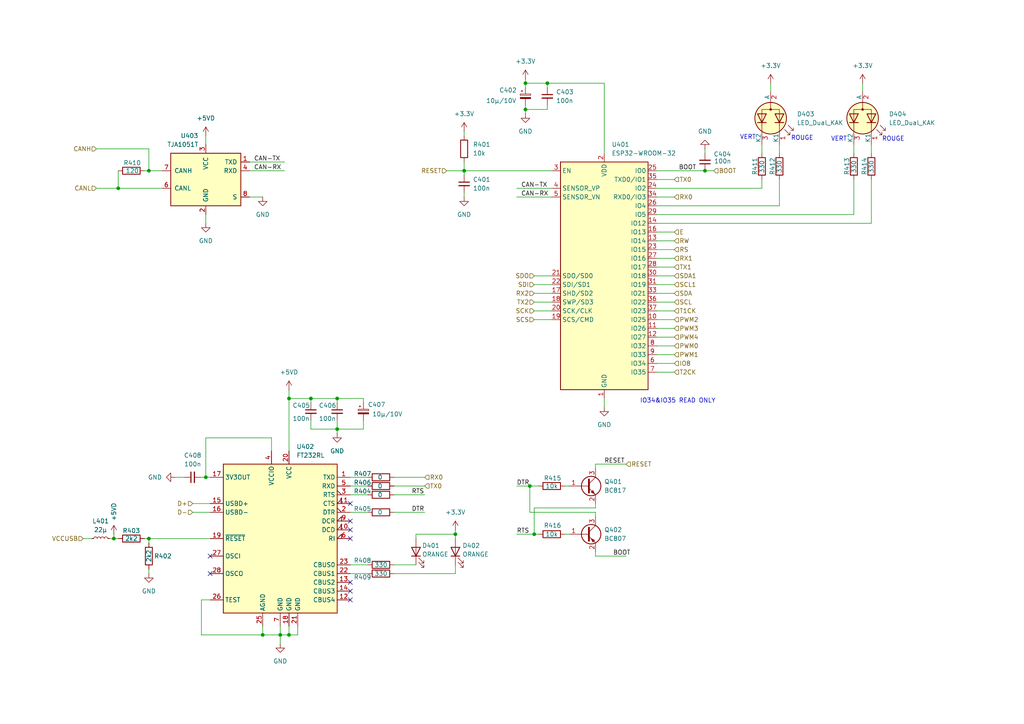
<source format=kicad_sch>
(kicad_sch (version 20250114) (generator "eeschema") (generator_version "9.0")
  (paper "A4")
  (title_block (title "UART") (date "2025-09-17") (rev "V0.2") (company "CMOS-74A"))
  (lib_symbols
    (symbol "Device:C_Polarized_Small" (pin_numbers (hide yes)) (pin_names (offset 0.254) (hide yes))
      (property "Reference" "C" (at 0.254 1.778 0))
      (property "Value" "C_Polarized_Small" (at 0.254 -2.032 0))
      (symbol "C_Polarized_Small_0_1"
        (rectangle (start -1.524 0.6858) (end 1.524 0.3048))
        (rectangle (start -1.524 -0.3048) (end 1.524 -0.6858) (fill (type outline)))
        (polyline (pts (xy -1.27 1.524) (xy -0.762 1.524)))
        (polyline (pts (xy -1.016 1.27) (xy -1.016 1.778)))
      )
      (symbol "C_Polarized_Small_1_1"
        (pin passive line (at 0 2.54 270) (length 1.8542) (name "~") (number "1"))
        (pin passive line (at 0 -2.54 90) (length 1.8542) (name "~") (number "2"))
      )
    )
    (symbol "Device:C_Small" (pin_numbers (hide yes)) (pin_names (offset 0.254) (hide yes))
      (property "Reference" "C" (at 0.254 1.778 0))
      (property "Value" "C_Small" (at 0.254 -2.032 0))
      (symbol "C_Small_0_1"
        (polyline (pts (xy -1.524 0.508) (xy 1.524 0.508)) (stroke (width 0.3048)))
        (polyline (pts (xy -1.524 -0.508) (xy 1.524 -0.508)) (stroke (width 0.3302)))
      )
      (symbol "C_Small_1_1"
        (pin passive line (at 0 2.54 270) (length 2.032) (name "~") (number "1"))
        (pin passive line (at 0 -2.54 90) (length 2.032) (name "~") (number "2"))
      )
    )
    (symbol "Device:LED" (pin_numbers (hide yes)) (pin_names (offset 1.016) (hide yes))
      (property "Reference" "D" (at 0 2.54 0))
      (property "Value" "LED" (at 0 -2.54 0))
      (symbol "LED_0_1"
        (polyline (pts (xy -3.048 -0.762) (xy -4.572 -2.286) (xy -3.81 -2.286) (xy -4.572 -2.286) (xy -4.572 -1.524)))
        (polyline (pts (xy -1.778 -0.762) (xy -3.302 -2.286) (xy -2.54 -2.286) (xy -3.302 -2.286) (xy -3.302 -1.524)))
        (polyline (pts (xy -1.27 0) (xy 1.27 0)))
        (polyline (pts (xy -1.27 -1.27) (xy -1.27 1.27)) (stroke (width 0.254)))
        (polyline (pts (xy 1.27 -1.27) (xy 1.27 1.27) (xy -1.27 0) (xy 1.27 -1.27)) (stroke (width 0.254)))
      )
      (symbol "LED_1_1"
        (pin passive line (at -3.81 0 0) (length 2.54) (name "K") (number "1"))
        (pin passive line (at 3.81 0 180) (length 2.54) (name "A") (number "2"))
      )
    )
    (symbol "Device:LED_Dual_KAK" (pin_names (offset 0))
      (property "Reference" "D" (at 0 5.715 0))
      (property "Value" "LED_Dual_KAK" (at 0 -6.35 0))
      (symbol "LED_Dual_KAK_0_1"
        (polyline (pts (xy -4.572 0) (xy -2.54 0)))
        (circle (center -2.54 0) (radius 0.2794) (fill (type outline)))
        (polyline (pts (xy -1.27 3.81) (xy -1.27 1.27) (xy 1.27 2.54) (xy -1.27 3.81)) (stroke (width 0.254)))
        (polyline (pts (xy -1.27 -1.27) (xy -1.27 -3.81) (xy 1.27 -2.54) (xy -1.27 -1.27)) (stroke (width 0.254)))
        (circle (center 0 0) (radius 4.572) (stroke (width 0.254)) (fill (type background)))
        (polyline (pts (xy 1.27 3.81) (xy 1.27 1.27)) (stroke (width 0.254)))
        (polyline (pts (xy 1.27 -1.27) (xy 1.27 -3.81)) (stroke (width 0.254)))
        (polyline (pts (xy 2.032 5.08) (xy 3.556 6.604) (xy 2.794 6.604) (xy 3.556 6.604) (xy 3.556 5.842)))
        (polyline (pts (xy 2.032 2.54) (xy -2.54 2.54) (xy -2.54 -2.54) (xy 2.032 -2.54)))
        (polyline (pts (xy 3.302 4.064) (xy 4.826 5.588) (xy 4.064 5.588) (xy 4.826 5.588) (xy 4.826 4.826)))
        (polyline (pts (xy 3.81 2.54) (xy 1.905 2.54)))
        (polyline (pts (xy 3.81 -2.54) (xy 1.905 -2.54)))
      )
      (symbol "LED_Dual_KAK_1_1"
        (pin input line (at -7.62 0 0) (length 3.048) (name "A") (number "2"))
        (pin input line (at 7.62 2.54 180) (length 3.81) (name "K1") (number "1"))
        (pin input line (at 7.62 -2.54 180) (length 3.81) (name "K2") (number "3"))
      )
    )
    (symbol "Device:L_Small" (pin_numbers (hide yes)) (pin_names (offset 0.254) (hide yes))
      (property "Reference" "L" (at 0.762 1.016 0))
      (property "Value" "L_Small" (at 0.762 -1.016 0))
      (symbol "L_Small_0_1"
        (arc (start 0 2.032) (mid 0.5058 1.524) (end 0 1.016))
        (arc (start 0 1.016) (mid 0.5058 0.508) (end 0 0))
        (arc (start 0 0) (mid 0.5058 -0.508) (end 0 -1.016))
        (arc (start 0 -1.016) (mid 0.5058 -1.524) (end 0 -2.032))
      )
      (symbol "L_Small_1_1"
        (pin passive line (at 0 2.54 270) (length 0.508) (name "~") (number "1"))
        (pin passive line (at 0 -2.54 90) (length 0.508) (name "~") (number "2"))
      )
    )
    (symbol "Device:R" (pin_numbers (hide yes)) (pin_names (offset 0))
      (property "Reference" "R" (at 2.032 0 90))
      (property "Value" "R" (at 0 0 90))
      (symbol "R_0_1"
        (rectangle (start -1.016 -2.54) (end 1.016 2.54) (stroke (width 0.254)))
      )
      (symbol "R_1_1"
        (pin passive line (at 0 3.81 270) (length 1.27) (name "~") (number "1"))
        (pin passive line (at 0 -3.81 90) (length 1.27) (name "~") (number "2"))
      )
    )
    (symbol "Interface_CAN_LIN:TJA1051T" (pin_names (offset 1.016))
      (property "Reference" "U" (at -10.16 8.89 0))
      (property "Value" "TJA1051T" (at 1.27 8.89 0))
      (symbol "TJA1051T_0_1"
        (rectangle (start -10.16 7.62) (end 10.16 -7.62) (stroke (width 0.254)) (fill (type background)))
      )
      (symbol "TJA1051T_1_1"
        (pin input line (at -12.7 5.08 0) (length 2.54) (name "TXD") (number "1"))
        (pin output line (at -12.7 2.54 0) (length 2.54) (name "RXD") (number "4"))
        (pin input line (at -12.7 -5.08 0) (length 2.54) (name "S") (number "8"))
        (pin no_connect line (at -10.16 -2.54 0) (length 2.54) (hide yes) (name "NC") (number "5"))
        (pin power_in line (at 0 10.16 270) (length 2.54) (name "VCC") (number "3"))
        (pin power_in line (at 0 -10.16 90) (length 2.54) (name "GND") (number "2"))
        (pin bidirectional line (at 12.7 2.54 180) (length 2.54) (name "CANH") (number "7"))
        (pin bidirectional line (at 12.7 -2.54 180) (length 2.54) (name "CANL") (number "6"))
      )
    )
    (symbol "Interface_USB:FT232RL"
      (property "Reference" "U" (at -16.51 22.86 0))
      (property "Value" "FT232RL" (at 10.16 22.86 0))
      (symbol "FT232RL_0_1"
        (rectangle (start -16.51 21.59) (end 16.51 -21.59) (stroke (width 0.254)) (fill (type background)))
      )
      (symbol "FT232RL_1_1"
        (pin power_out line (at -20.32 17.78 0) (length 3.81) (name "3V3OUT") (number "17"))
        (pin bidirectional line (at -20.32 10.16 0) (length 3.81) (name "USBD+") (number "15"))
        (pin bidirectional line (at -20.32 7.62 0) (length 3.81) (name "USBD-") (number "16"))
        (pin input line (at -20.32 0 0) (length 3.81) (name "~{RESET}") (number "19"))
        (pin input line (at -20.32 -5.08 0) (length 3.81) (name "OSCI") (number "27"))
        (pin output line (at -20.32 -10.16 0) (length 3.81) (name "OSCO") (number "28"))
        (pin input line (at -20.32 -17.78 0) (length 3.81) (name "TEST") (number "26"))
        (pin power_in line (at -5.08 -25.4 90) (length 3.81) (name "AGND") (number "25"))
        (pin power_in line (at -2.54 25.4 270) (length 3.81) (name "VCCIO") (number "4"))
        (pin power_in line (at 0 -25.4 90) (length 3.81) (name "GND") (number "7"))
        (pin power_in line (at 2.54 25.4 270) (length 3.81) (name "VCC") (number "20"))
        (pin power_in line (at 2.54 -25.4 90) (length 3.81) (name "GND") (number "18"))
        (pin power_in line (at 5.08 -25.4 90) (length 3.81) (name "GND") (number "21"))
        (pin output line (at 20.32 17.78 180) (length 3.81) (name "TXD") (number "1"))
        (pin input line (at 20.32 15.24 180) (length 3.81) (name "RXD") (number "5"))
        (pin output output_low (at 20.32 12.7 180) (length 3.81) (name "RTS") (number "3"))
        (pin input input_low (at 20.32 10.16 180) (length 3.81) (name "CTS") (number "11"))
        (pin output output_low (at 20.32 7.62 180) (length 3.81) (name "DTR") (number "2"))
        (pin input input_low (at 20.32 5.08 180) (length 3.81) (name "DCR") (number "9"))
        (pin input input_low (at 20.32 2.54 180) (length 3.81) (name "DCD") (number "10"))
        (pin input input_low (at 20.32 0 180) (length 3.81) (name "RI") (number "6"))
        (pin bidirectional line (at 20.32 -7.62 180) (length 3.81) (name "CBUS0") (number "23"))
        (pin bidirectional line (at 20.32 -10.16 180) (length 3.81) (name "CBUS1") (number "22"))
        (pin bidirectional line (at 20.32 -12.7 180) (length 3.81) (name "CBUS2") (number "13"))
        (pin bidirectional line (at 20.32 -15.24 180) (length 3.81) (name "CBUS3") (number "14"))
        (pin bidirectional line (at 20.32 -17.78 180) (length 3.81) (name "CBUS4") (number "12"))
      )
    )
    (symbol "RF_Module:ESP32-WROOM-32"
      (property "Reference" "U" (at -12.7 34.29 0))
      (property "Value" "ESP32-WROOM-32" (at 1.27 34.29 0))
      (symbol "ESP32-WROOM-32_0_1"
        (rectangle (start -12.7 33.02) (end 12.7 -33.02) (stroke (width 0.254)) (fill (type background)))
      )
      (symbol "ESP32-WROOM-32_1_1"
        (pin input line (at -15.24 30.48 0) (length 2.54) (name "EN") (number "3"))
        (pin input line (at -15.24 25.4 0) (length 2.54) (name "SENSOR_VP") (number "4"))
        (pin input line (at -15.24 22.86 0) (length 2.54) (name "SENSOR_VN") (number "5"))
        (pin bidirectional line (at -15.24 0 0) (length 2.54) (name "SDO/SD0") (number "21"))
        (pin bidirectional line (at -15.24 -2.54 0) (length 2.54) (name "SDI/SD1") (number "22"))
        (pin bidirectional line (at -15.24 -5.08 0) (length 2.54) (name "SHD/SD2") (number "17"))
        (pin bidirectional line (at -15.24 -7.62 0) (length 2.54) (name "SWP/SD3") (number "18"))
        (pin bidirectional line (at -15.24 -10.16 0) (length 2.54) (name "SCK/CLK") (number "20"))
        (pin bidirectional line (at -15.24 -12.7 0) (length 2.54) (name "SCS/CMD") (number "19"))
        (pin no_connect line (at -12.7 -27.94 0) (length 2.54) (hide yes) (name "NC") (number "32"))
        (pin power_in line (at 0 35.56 270) (length 2.54) (name "VDD") (number "2"))
        (pin power_in line (at 0 -35.56 90) (length 2.54) (name "GND") (number "1"))
        (pin passive line (at 0 -35.56 90) (length 2.54) (hide yes) (name "GND") (number "15"))
        (pin passive line (at 0 -35.56 90) (length 2.54) (hide yes) (name "GND") (number "38"))
        (pin passive line (at 0 -35.56 90) (length 2.54) (hide yes) (name "GND") (number "39"))
        (pin bidirectional line (at 15.24 30.48 180) (length 2.54) (name "IO0") (number "25"))
        (pin bidirectional line (at 15.24 27.94 180) (length 2.54) (name "TXD0/IO1") (number "35"))
        (pin bidirectional line (at 15.24 25.4 180) (length 2.54) (name "IO2") (number "24"))
        (pin bidirectional line (at 15.24 22.86 180) (length 2.54) (name "RXD0/IO3") (number "34"))
        (pin bidirectional line (at 15.24 20.32 180) (length 2.54) (name "IO4") (number "26"))
        (pin bidirectional line (at 15.24 17.78 180) (length 2.54) (name "IO5") (number "29"))
        (pin bidirectional line (at 15.24 15.24 180) (length 2.54) (name "IO12") (number "14"))
        (pin bidirectional line (at 15.24 12.7 180) (length 2.54) (name "IO13") (number "16"))
        (pin bidirectional line (at 15.24 10.16 180) (length 2.54) (name "IO14") (number "13"))
        (pin bidirectional line (at 15.24 7.62 180) (length 2.54) (name "IO15") (number "23"))
        (pin bidirectional line (at 15.24 5.08 180) (length 2.54) (name "IO16") (number "27"))
        (pin bidirectional line (at 15.24 2.54 180) (length 2.54) (name "IO17") (number "28"))
        (pin bidirectional line (at 15.24 0 180) (length 2.54) (name "IO18") (number "30"))
        (pin bidirectional line (at 15.24 -2.54 180) (length 2.54) (name "IO19") (number "31"))
        (pin bidirectional line (at 15.24 -5.08 180) (length 2.54) (name "IO21") (number "33"))
        (pin bidirectional line (at 15.24 -7.62 180) (length 2.54) (name "IO22") (number "36"))
        (pin bidirectional line (at 15.24 -10.16 180) (length 2.54) (name "IO23") (number "37"))
        (pin bidirectional line (at 15.24 -12.7 180) (length 2.54) (name "IO25") (number "10"))
        (pin bidirectional line (at 15.24 -15.24 180) (length 2.54) (name "IO26") (number "11"))
        (pin bidirectional line (at 15.24 -17.78 180) (length 2.54) (name "IO27") (number "12"))
        (pin bidirectional line (at 15.24 -20.32 180) (length 2.54) (name "IO32") (number "8"))
        (pin bidirectional line (at 15.24 -22.86 180) (length 2.54) (name "IO33") (number "9"))
        (pin input line (at 15.24 -25.4 180) (length 2.54) (name "IO34") (number "6"))
        (pin input line (at 15.24 -27.94 180) (length 2.54) (name "IO35") (number "7"))
      )
    )
    (symbol "Transistor_BJT:BC807" (pin_names (offset 0) (hide yes))
      (property "Reference" "Q" (at 5.08 1.905 0))
      (property "Value" "BC807" (at 5.08 0 0))
      (symbol "BC807_0_1"
        (polyline (pts (xy -2.54 0) (xy 0.635 0)))
        (polyline (pts (xy 0.635 1.905) (xy 0.635 -1.905)) (stroke (width 0.508)))
        (polyline (pts (xy 0.635 0.635) (xy 2.54 2.54)))
        (polyline (pts (xy 0.635 -0.635) (xy 2.54 -2.54)))
        (circle (center 1.27 0) (radius 2.8194) (stroke (width 0.254)))
        (polyline (pts (xy 2.286 -1.778) (xy 1.778 -2.286) (xy 1.27 -1.27) (xy 2.286 -1.778)) (fill (type outline)))
      )
      (symbol "BC807_1_1"
        (pin input line (at -5.08 0 0) (length 2.54) (name "B") (number "1"))
        (pin passive line (at 2.54 5.08 270) (length 2.54) (name "C") (number "3"))
        (pin passive line (at 2.54 -5.08 90) (length 2.54) (name "E") (number "2"))
      )
    )
    (symbol "Transistor_BJT:BC817" (pin_names (offset 0) (hide yes))
      (property "Reference" "Q" (at 5.08 1.905 0))
      (property "Value" "BC817" (at 5.08 0 0))
      (symbol "BC817_0_1"
        (polyline (pts (xy -2.54 0) (xy 0.635 0)))
        (polyline (pts (xy 0.635 1.905) (xy 0.635 -1.905)) (stroke (width 0.508)))
        (circle (center 1.27 0) (radius 2.8194) (stroke (width 0.254)))
      )
      (symbol "BC817_1_1"
        (polyline (pts (xy 0.635 0.635) (xy 2.54 2.54)))
        (polyline (pts (xy 0.635 -0.635) (xy 2.54 -2.54)))
        (polyline (pts (xy 1.27 -1.778) (xy 1.778 -1.27) (xy 2.286 -2.286) (xy 1.27 -1.778)) (fill (type outline)))
        (pin input line (at -5.08 0 0) (length 2.54) (name "B") (number "1"))
        (pin passive line (at 2.54 5.08 270) (length 2.54) (name "C") (number "3"))
        (pin passive line (at 2.54 -5.08 90) (length 2.54) (name "E") (number "2"))
      )
    )
    (symbol "power:+3.3V" (power) (pin_numbers (hide yes)) (pin_names (offset 0) (hide yes))
      (property "Value" "+3.3V" (at 0 3.556 0))
      (symbol "+3.3V_0_1"
        (polyline (pts (xy -0.762 1.27) (xy 0 2.54)))
        (polyline (pts (xy 0 2.54) (xy 0.762 1.27)))
        (polyline (pts (xy 0 0) (xy 0 2.54)))
      )
      (symbol "+3.3V_1_1"
        (pin power_in line (at 0 0 90) (length 0) (name "~") (number "1"))
      )
    )
    (symbol "power:+5VD" (power) (pin_numbers (hide yes)) (pin_names (offset 0) (hide yes))
      (property "Value" "+5VD" (at 0 3.556 0))
      (symbol "+5VD_0_1"
        (polyline (pts (xy -0.762 1.27) (xy 0 2.54)))
        (polyline (pts (xy 0 2.54) (xy 0.762 1.27)))
        (polyline (pts (xy 0 0) (xy 0 2.54)))
      )
      (symbol "+5VD_1_1"
        (pin power_in line (at 0 0 90) (length 0) (name "~") (number "1"))
      )
    )
    (symbol "power:GND" (power) (pin_numbers (hide yes)) (pin_names (offset 0) (hide yes))
      (property "Value" "GND" (at 0 -3.81 0))
      (symbol "GND_0_1"
        (polyline (pts (xy 0 0) (xy 0 -1.27) (xy 1.27 -1.27) (xy 0 -2.54) (xy -1.27 -1.27) (xy 0 -1.27)))
      )
      (symbol "GND_1_1"
        (pin power_in line (at 0 0 270) (length 0) (name "~") (number "1"))
      )
    )
  )
  (text "VERT" (at 216.916 39.878 0) (effects (font (size 1.27 1.27))))
  (text "ROUGE" (at 232.664 40.132 0) (effects (font (size 1.27 1.27))))
  (text "IO34&IO35 READ ONLY" (at 196.596 116.332 0) (effects (font (size 1.27 1.27))))
  (text "VERT" (at 243.332 40.386 0) (effects (font (size 1.27 1.27))))
  (text "ROUGE" (at 259.08 40.386 0) (effects (font (size 1.27 1.27))))
  (junction (at 33.02 156.21))
  (junction (at 43.18 49.53))
  (junction (at 76.2 184.15))
  (junction (at 90.17 115.57))
  (junction (at 153.67 140.97))
  (junction (at 132.08 154.94))
  (junction (at 59.69 138.43))
  (junction (at 43.18 156.21))
  (junction (at 81.28 184.15))
  (junction (at 97.79 115.57))
  (junction (at 34.29 54.61))
  (junction (at 204.47 49.53))
  (junction (at 134.62 49.53))
  (junction (at 97.79 124.46))
  (junction (at 152.4 31.75))
  (junction (at 83.82 184.15))
  (junction (at 83.82 115.57))
  (junction (at 158.75 24.13))
  (junction (at 152.4 24.13))
  (junction (at 154.94 154.94))
  (no_connect (at 101.6 173.99))
  (no_connect (at 101.6 153.67))
  (no_connect (at 101.6 151.13))
  (no_connect (at 101.6 156.21))
  (no_connect (at 60.96 161.29))
  (no_connect (at 101.6 168.91))
  (no_connect (at 101.6 146.05))
  (no_connect (at 101.6 171.45))
  (no_connect (at 60.96 166.37))
  (wire (pts (xy 158.75 31.75) (xy 158.75 30.48)))
  (wire (pts (xy 175.26 115.57) (xy 175.26 118.11)))
  (wire (pts (xy 172.72 161.29) (xy 181.61 161.29)))
  (wire (pts (xy 33.02 154.94) (xy 33.02 156.21)))
  (wire (pts (xy 33.02 156.21) (xy 34.29 156.21)))
  (wire (pts (xy 76.2 181.61) (xy 76.2 184.15)))
  (wire (pts (xy 152.4 22.86) (xy 152.4 24.13)))
  (wire (pts (xy 190.5 57.15) (xy 195.58 57.15)))
  (wire (pts (xy 175.26 24.13) (xy 175.26 44.45)))
  (wire (pts (xy 247.65 62.23) (xy 247.65 52.07)))
  (wire (pts (xy 59.69 39.37) (xy 59.69 41.91)))
  (wire (pts (xy 59.69 62.23) (xy 59.69 64.77)))
  (wire (pts (xy 114.3 138.43) (xy 123.19 138.43)))
  (wire (pts (xy 190.5 85.09) (xy 195.58 85.09)))
  (wire (pts (xy 41.91 49.53) (xy 43.18 49.53)))
  (wire (pts (xy 190.5 105.41) (xy 195.58 105.41)))
  (wire (pts (xy 101.6 148.59) (xy 106.68 148.59)))
  (wire (pts (xy 81.28 184.15) (xy 81.28 186.69)))
  (wire (pts (xy 86.36 184.15) (xy 86.36 181.61)))
  (wire (pts (xy 58.42 138.43) (xy 59.69 138.43)))
  (wire (pts (xy 190.5 82.55) (xy 195.58 82.55)))
  (wire (pts (xy 59.69 138.43) (xy 59.69 127)))
  (wire (pts (xy 72.39 49.53) (xy 82.55 49.53)))
  (wire (pts (xy 59.69 127) (xy 78.74 127)))
  (wire (pts (xy 190.5 102.87) (xy 195.58 102.87)))
  (wire (pts (xy 172.72 149.86) (xy 172.72 148.59)))
  (wire (pts (xy 190.5 59.69) (xy 226.06 59.69)))
  (wire (pts (xy 114.3 148.59) (xy 123.19 148.59)))
  (wire (pts (xy 190.5 90.17) (xy 195.58 90.17)))
  (wire (pts (xy 190.5 52.07) (xy 195.58 52.07)))
  (wire (pts (xy 132.08 166.37) (xy 132.08 163.83)))
  (wire (pts (xy 163.83 140.97) (xy 165.1 140.97)))
  (wire (pts (xy 153.67 140.97) (xy 156.21 140.97)))
  (wire (pts (xy 190.5 67.31) (xy 195.58 67.31)))
  (wire (pts (xy 152.4 30.48) (xy 152.4 31.75)))
  (wire (pts (xy 97.79 124.46) (xy 97.79 125.73)))
  (wire (pts (xy 149.86 54.61) (xy 160.02 54.61)))
  (wire (pts (xy 120.65 156.21) (xy 120.65 154.94)))
  (wire (pts (xy 172.72 147.32) (xy 154.94 147.32)))
  (wire (pts (xy 149.86 57.15) (xy 160.02 57.15)))
  (wire (pts (xy 43.18 156.21) (xy 60.96 156.21)))
  (wire (pts (xy 134.62 50.8) (xy 134.62 49.53)))
  (wire (pts (xy 190.5 64.77) (xy 252.73 64.77)))
  (wire (pts (xy 132.08 154.94) (xy 132.08 156.21)))
  (wire (pts (xy 83.82 115.57) (xy 83.82 130.81)))
  (wire (pts (xy 97.79 124.46) (xy 105.41 124.46)))
  (wire (pts (xy 55.88 146.05) (xy 60.96 146.05)))
  (wire (pts (xy 105.41 124.46) (xy 105.41 121.92)))
  (wire (pts (xy 90.17 115.57) (xy 97.79 115.57)))
  (wire (pts (xy 58.42 173.99) (xy 60.96 173.99)))
  (wire (pts (xy 58.42 184.15) (xy 58.42 173.99)))
  (wire (pts (xy 154.94 154.94) (xy 156.21 154.94)))
  (wire (pts (xy 76.2 184.15) (xy 58.42 184.15)))
  (wire (pts (xy 152.4 24.13) (xy 158.75 24.13)))
  (wire (pts (xy 101.6 138.43) (xy 106.68 138.43)))
  (wire (pts (xy 120.65 154.94) (xy 132.08 154.94)))
  (wire (pts (xy 158.75 24.13) (xy 158.75 25.4)))
  (wire (pts (xy 134.62 57.15) (xy 134.62 55.88)))
  (wire (pts (xy 114.3 163.83) (xy 120.65 163.83)))
  (wire (pts (xy 41.91 156.21) (xy 43.18 156.21)))
  (wire (pts (xy 247.65 41.91) (xy 247.65 44.45)))
  (wire (pts (xy 172.72 148.59) (xy 153.67 148.59)))
  (wire (pts (xy 172.72 146.05) (xy 172.72 147.32)))
  (wire (pts (xy 172.72 135.89) (xy 172.72 134.62)))
  (wire (pts (xy 78.74 127) (xy 78.74 130.81)))
  (wire (pts (xy 226.06 41.91) (xy 226.06 44.45)))
  (wire (pts (xy 129.54 49.53) (xy 134.62 49.53)))
  (wire (pts (xy 55.88 148.59) (xy 60.96 148.59)))
  (wire (pts (xy 81.28 184.15) (xy 83.82 184.15)))
  (wire (pts (xy 190.5 87.63) (xy 195.58 87.63)))
  (wire (pts (xy 252.73 64.77) (xy 252.73 52.07)))
  (wire (pts (xy 190.5 97.79) (xy 195.58 97.79)))
  (wire (pts (xy 190.5 100.33) (xy 195.58 100.33)))
  (wire (pts (xy 43.18 156.21) (xy 43.18 157.48)))
  (wire (pts (xy 204.47 44.45) (xy 204.47 43.18)))
  (wire (pts (xy 50.8 138.43) (xy 53.34 138.43)))
  (wire (pts (xy 27.94 43.18) (xy 43.18 43.18)))
  (wire (pts (xy 190.5 72.39) (xy 195.58 72.39)))
  (wire (pts (xy 163.83 154.94) (xy 165.1 154.94)))
  (wire (pts (xy 149.86 140.97) (xy 153.67 140.97)))
  (wire (pts (xy 154.94 85.09) (xy 160.02 85.09)))
  (wire (pts (xy 81.28 181.61) (xy 81.28 184.15)))
  (wire (pts (xy 190.5 54.61) (xy 220.98 54.61)))
  (wire (pts (xy 158.75 24.13) (xy 175.26 24.13)))
  (wire (pts (xy 134.62 46.99) (xy 134.62 49.53)))
  (wire (pts (xy 114.3 143.51) (xy 123.19 143.51)))
  (wire (pts (xy 172.72 160.02) (xy 172.72 161.29)))
  (wire (pts (xy 190.5 74.93) (xy 195.58 74.93)))
  (wire (pts (xy 97.79 115.57) (xy 97.79 116.84)))
  (wire (pts (xy 101.6 163.83) (xy 106.68 163.83)))
  (wire (pts (xy 190.5 69.85) (xy 195.58 69.85)))
  (wire (pts (xy 134.62 38.1) (xy 134.62 39.37)))
  (wire (pts (xy 114.3 166.37) (xy 132.08 166.37)))
  (wire (pts (xy 97.79 121.92) (xy 97.79 124.46)))
  (wire (pts (xy 154.94 90.17) (xy 160.02 90.17)))
  (wire (pts (xy 134.62 49.53) (xy 160.02 49.53)))
  (wire (pts (xy 72.39 57.15) (xy 76.2 57.15)))
  (wire (pts (xy 97.79 115.57) (xy 105.41 115.57)))
  (wire (pts (xy 132.08 153.67) (xy 132.08 154.94)))
  (wire (pts (xy 34.29 54.61) (xy 46.99 54.61)))
  (wire (pts (xy 76.2 184.15) (xy 81.28 184.15)))
  (wire (pts (xy 43.18 49.53) (xy 43.18 43.18)))
  (wire (pts (xy 252.73 41.91) (xy 252.73 44.45)))
  (wire (pts (xy 101.6 166.37) (xy 106.68 166.37)))
  (wire (pts (xy 190.5 62.23) (xy 247.65 62.23)))
  (wire (pts (xy 204.47 49.53) (xy 207.01 49.53)))
  (wire (pts (xy 59.69 138.43) (xy 60.96 138.43)))
  (wire (pts (xy 220.98 54.61) (xy 220.98 52.07)))
  (wire (pts (xy 83.82 181.61) (xy 83.82 184.15)))
  (wire (pts (xy 154.94 82.55) (xy 160.02 82.55)))
  (wire (pts (xy 90.17 115.57) (xy 90.17 116.84)))
  (wire (pts (xy 172.72 134.62) (xy 181.61 134.62)))
  (wire (pts (xy 190.5 92.71) (xy 195.58 92.71)))
  (wire (pts (xy 72.39 46.99) (xy 82.55 46.99)))
  (wire (pts (xy 154.94 147.32) (xy 154.94 154.94)))
  (wire (pts (xy 43.18 165.1) (xy 43.18 166.37)))
  (wire (pts (xy 153.67 148.59) (xy 153.67 140.97)))
  (wire (pts (xy 105.41 115.57) (xy 105.41 116.84)))
  (wire (pts (xy 226.06 59.69) (xy 226.06 52.07)))
  (wire (pts (xy 83.82 115.57) (xy 90.17 115.57)))
  (wire (pts (xy 101.6 140.97) (xy 106.68 140.97)))
  (wire (pts (xy 250.19 24.13) (xy 250.19 26.67)))
  (wire (pts (xy 90.17 124.46) (xy 97.79 124.46)))
  (wire (pts (xy 152.4 24.13) (xy 152.4 25.4)))
  (wire (pts (xy 83.82 184.15) (xy 86.36 184.15)))
  (wire (pts (xy 31.75 156.21) (xy 33.02 156.21)))
  (wire (pts (xy 114.3 140.97) (xy 123.19 140.97)))
  (wire (pts (xy 152.4 31.75) (xy 158.75 31.75)))
  (wire (pts (xy 190.5 95.25) (xy 195.58 95.25)))
  (wire (pts (xy 190.5 80.01) (xy 195.58 80.01)))
  (wire (pts (xy 34.29 49.53) (xy 34.29 54.61)))
  (wire (pts (xy 27.94 54.61) (xy 34.29 54.61)))
  (wire (pts (xy 101.6 143.51) (xy 106.68 143.51)))
  (wire (pts (xy 154.94 80.01) (xy 160.02 80.01)))
  (wire (pts (xy 190.5 107.95) (xy 195.58 107.95)))
  (wire (pts (xy 220.98 41.91) (xy 220.98 44.45)))
  (wire (pts (xy 83.82 113.03) (xy 83.82 115.57)))
  (wire (pts (xy 190.5 77.47) (xy 195.58 77.47)))
  (wire (pts (xy 152.4 31.75) (xy 152.4 33.02)))
  (wire (pts (xy 154.94 87.63) (xy 160.02 87.63)))
  (wire (pts (xy 90.17 121.92) (xy 90.17 124.46)))
  (wire (pts (xy 154.94 92.71) (xy 160.02 92.71)))
  (wire (pts (xy 190.5 49.53) (xy 204.47 49.53)))
  (wire (pts (xy 24.13 156.21) (xy 26.67 156.21)))
  (wire (pts (xy 43.18 49.53) (xy 46.99 49.53)))
  (wire (pts (xy 149.86 154.94) (xy 154.94 154.94)))
  (wire (pts (xy 223.52 24.13) (xy 223.52 26.67)))
  (label "RTS" (at 149.86 154.94 0))
  (label "BOOT" (at 196.85 49.53 0))
  (label "RTS" (at 119.38 143.51 0))
  (label "DTR" (at 119.38 148.59 0))
  (label "CAN-TX" (at 151.13 54.61 0))
  (label "BOOT" (at 177.8 161.29 0))
  (label "CAN-TX" (at 73.66 46.99 0))
  (label "DTR" (at 149.86 140.97 0))
  (label "RESET" (at 175.26 134.62 0))
  (label "CAN-RX" (at 73.66 49.53 0))
  (label "CAN-RX" (at 151.13 57.15 0))
  (hierarchical_label "BOOT" (shape input) (at 207.01 49.53 0))
  (hierarchical_label "IO8" (shape input) (at 195.58 105.41 0))
  (hierarchical_label "RX1" (shape input) (at 195.58 74.93 0))
  (hierarchical_label "RW" (shape input) (at 195.58 69.85 0))
  (hierarchical_label "TX1" (shape input) (at 195.58 77.47 0))
  (hierarchical_label "CANH" (shape input) (at 27.94 43.18 180))
  (hierarchical_label "PWM0" (shape input) (at 195.58 100.33 0))
  (hierarchical_label "CANL" (shape input) (at 27.94 54.61 180))
  (hierarchical_label "E" (shape input) (at 195.58 67.31 0))
  (hierarchical_label "T2CK" (shape input) (at 195.58 107.95 0))
  (hierarchical_label "D+" (shape input) (at 55.88 146.05 180))
  (hierarchical_label "TX0" (shape input) (at 123.19 140.97 0))
  (hierarchical_label "RESET" (shape input) (at 181.61 134.62 0))
  (hierarchical_label "RX0" (shape input) (at 195.58 57.15 0))
  (hierarchical_label "SDI" (shape input) (at 154.94 82.55 180))
  (hierarchical_label "PWM1" (shape input) (at 195.58 102.87 0))
  (hierarchical_label "TX0" (shape input) (at 195.58 52.07 0))
  (hierarchical_label "SCS" (shape input) (at 154.94 92.71 180))
  (hierarchical_label "SDA1" (shape input) (at 195.58 80.01 0))
  (hierarchical_label "RX0" (shape input) (at 123.19 138.43 0))
  (hierarchical_label "SCL1" (shape input) (at 195.58 82.55 0))
  (hierarchical_label "RX2" (shape input) (at 154.94 85.09 180))
  (hierarchical_label "PWM2" (shape input) (at 195.58 92.71 0))
  (hierarchical_label "RS" (shape input) (at 195.58 72.39 0))
  (hierarchical_label "SDA" (shape input) (at 195.58 85.09 0))
  (hierarchical_label "RESET" (shape input) (at 129.54 49.53 180))
  (hierarchical_label "D-" (shape input) (at 55.88 148.59 180))
  (hierarchical_label "PWM4" (shape input) (at 195.58 97.79 0))
  (hierarchical_label "PWM3" (shape input) (at 195.58 95.25 0))
  (hierarchical_label "T1CK" (shape input) (at 195.58 90.17 0))
  (hierarchical_label "TX2" (shape input) (at 154.94 87.63 180))
  (hierarchical_label "VCCUSB" (shape input) (at 24.13 156.21 180))
  (hierarchical_label "SCL" (shape input) (at 195.58 87.63 0))
  (hierarchical_label "SCK" (shape input) (at 154.94 90.17 180))
  (hierarchical_label "SDO" (shape input) (at 154.94 80.01 180))
  (symbol (lib_id "Device:R") (at 160.02 140.97 90) (unit 1)
    (property "Reference" "R415" (at 160.274 138.684 90))
    (property "Value" "10k" (at 160.02 140.97 90))
    (property "Footprint" "Resistor_SMD:R_0603_1608Metric" (effects (hide yes)))
    (property "Description" "Resistor" (effects (hide yes)))
  )
  (symbol (lib_id "power:GND") (at 50.8 138.43 270) (unit 1)
    (property "Reference" "#PWR0407" (effects (hide yes)))
    (property "Value" "GND" (at 46.99 138.4299 90) (effects (justify right)))
    (property "Description" "Power symbol creates a global label with name \"GND\" , ground" (effects (hide yes)))
  )
  (symbol (lib_id "power:+3.3V") (at 134.62 38.1 0) (unit 1)
    (property "Reference" "#PWR0401" (effects (hide yes)))
    (property "Value" "+3.3V" (at 134.62 33.02 0))
    (property "Description" "Power symbol creates a global label with name \"+3.3V\"" (effects (hide yes)))
  )
  (symbol (lib_id "Device:R") (at 220.98 48.26 0) (unit 1)
    (property "Reference" "R411" (at 218.948 50.8 90) (effects (justify left)))
    (property "Value" "330" (at 220.98 50.292 90) (effects (justify left)))
    (property "Footprint" "Resistor_SMD:R_0603_1608Metric" (effects (hide yes)))
    (property "Description" "Resistor" (effects (hide yes)))
  )
  (symbol (lib_id "power:+3.3V") (at 152.4 22.86 0) (unit 1)
    (property "Reference" "#PWR0403" (effects (hide yes)))
    (property "Value" "+3.3V" (at 152.4 17.78 0))
    (property "Description" "Power symbol creates a global label with name \"+3.3V\"" (effects (hide yes)))
  )
  (symbol (lib_id "Device:R") (at 110.49 138.43 90) (unit 1)
    (property "Reference" "R407" (at 105.156 137.414 90))
    (property "Value" "0" (at 110.236 138.43 90))
    (property "Footprint" "Resistor_SMD:R_0603_1608Metric" (effects (hide yes)))
    (property "Description" "Resistor" (effects (hide yes)))
  )
  (symbol (lib_id "Device:C_Small") (at 90.17 119.38 0) (unit 1)
    (property "Reference" "C405" (at 84.836 117.602 0) (effects (justify left)))
    (property "Value" "100n" (at 84.836 121.412 0) (effects (justify left)))
    (property "Footprint" "Capacitor_SMD:C_0603_1608Metric" (effects (hide yes)))
    (property "Description" "Unpolarized capacitor, small symbol" (effects (hide yes)))
  )
  (symbol (lib_id "Device:C_Small") (at 134.62 53.34 0) (unit 1)
    (property "Reference" "C401" (at 137.16 52.0762 0) (effects (justify left)))
    (property "Value" "100n" (at 137.16 54.6162 0) (effects (justify left)))
    (property "Footprint" "Capacitor_SMD:C_0603_1608Metric" (effects (hide yes)))
    (property "Description" "Unpolarized capacitor, small symbol" (effects (hide yes)))
  )
  (symbol (lib_id "Device:C_Polarized_Small") (at 152.4 27.94 0) (unit 1)
    (property "Reference" "C402" (at 144.78 26.162 0) (effects (justify left)))
    (property "Value" "10µ/10V" (at 140.97 29.21 0) (effects (justify left)))
    (property "Footprint" "Capacitor_Tantalum_SMD:CP_EIA-3216-10_Kemet-I" (effects (hide yes)))
    (property "Description" "Polarized capacitor, small symbol" (effects (hide yes)))
  )
  (symbol (lib_id "Device:LED_Dual_KAK") (at 250.19 34.29 270) (unit 1)
    (property "Reference" "D404" (at 257.81 33.0834 90) (effects (justify left)))
    (property "Value" "LED_Dual_KAK" (at 257.81 35.6234 90) (effects (justify left)))
    (property "Footprint" "LED_SMD:LED_Kingbright_KPA-3010_3x2x1mm" (effects (hide yes)))
    (property "Description" "Dual LED, common anode on pin 2" (effects (hide yes)))
  )
  (symbol (lib_id "Transistor_BJT:BC807") (at 170.18 154.94 0) (unit 1)
    (property "Reference" "Q402" (at 175.26 153.6699 0) (effects (justify left)))
    (property "Value" "BC807" (at 175.26 156.2099 0) (effects (justify left)))
    (property "Footprint" "Package_TO_SOT_SMD:SOT-23" (effects (hide yes)))
    (property "Datasheet" "https://www.onsemi.com/pub/Collateral/BC808-D.pdf" (effects (hide yes)))
    (property "Description" "0.8A Ic, 45V Vce, PNP Transistor, SOT-23" (effects (hide yes)))
  )
  (symbol (lib_id "power:+3.3V") (at 132.08 153.67 0) (unit 1)
    (property "Reference" "#PWR0413" (effects (hide yes)))
    (property "Value" "+3.3V" (at 132.08 148.59 0))
    (property "Description" "Power symbol creates a global label with name \"+3.3V\"" (effects (hide yes)))
  )
  (symbol (lib_id "Device:R") (at 38.1 49.53 90) (unit 1)
    (property "Reference" "R410" (at 38.354 47.244 90))
    (property "Value" "120" (at 38.354 49.53 90))
    (property "Footprint" "Resistor_SMD:R_1206_3216Metric" (effects (hide yes)))
    (property "Description" "Resistor" (effects (hide yes)))
  )
  (symbol (lib_id "power:+3.3V") (at 250.19 24.13 0) (unit 1)
    (property "Reference" "#PWR0418" (effects (hide yes)))
    (property "Value" "+3.3V" (at 250.19 19.05 0))
    (property "Description" "Power symbol creates a global label with name \"+3.3V\"" (effects (hide yes)))
  )
  (symbol (lib_id "power:+5VD") (at 33.02 154.94 0) (unit 1)
    (property "Reference" "#PWR0411" (effects (hide yes)))
    (property "Value" "+5VD" (at 33.0201 151.13 90) (effects (justify left)))
    (property "Description" "Power symbol creates a global label with name \"+5VD\"" (effects (hide yes)))
  )
  (symbol (lib_id "Device:C_Small") (at 204.47 46.99 180) (unit 1)
    (property "Reference" "C404" (at 212.09 44.704 0) (effects (justify left)))
    (property "Value" "100n" (at 212.09 46.736 0) (effects (justify left)))
    (property "Footprint" "Capacitor_SMD:C_0603_1608Metric" (effects (hide yes)))
    (property "Description" "Unpolarized capacitor, small symbol" (effects (hide yes)))
  )
  (symbol (lib_id "Device:R") (at 110.49 143.51 90) (unit 1)
    (property "Reference" "R404" (at 105.156 142.494 90))
    (property "Value" "0" (at 110.236 143.51 90))
    (property "Footprint" "Resistor_SMD:R_0603_1608Metric" (effects (hide yes)))
    (property "Description" "Resistor" (effects (hide yes)))
  )
  (symbol (lib_id "Device:LED_Dual_KAK") (at 223.52 34.29 270) (unit 1)
    (property "Reference" "D403" (at 231.14 33.0834 90) (effects (justify left)))
    (property "Value" "LED_Dual_KAK" (at 231.14 35.6234 90) (effects (justify left)))
    (property "Footprint" "LED_SMD:LED_Kingbright_KPA-3010_3x2x1mm" (effects (hide yes)))
    (property "Description" "Dual LED, common anode on pin 2" (effects (hide yes)))
  )
  (symbol (lib_id "Device:LED") (at 132.08 160.02 90) (unit 1)
    (property "Reference" "D402" (at 134.112 158.242 90) (effects (justify right)))
    (property "Value" "ORANGE" (at 134.112 160.782 90) (effects (justify right)))
    (property "Footprint" "LED_SMD:LED_0603_1608Metric" (effects (hide yes)))
    (property "Description" "Light emitting diode" (effects (hide yes)))
    (property "Sim.Pins" "1=K 2=A" (effects (hide yes)))
  )
  (symbol (lib_id "power:GND") (at 43.18 166.37 0) (unit 1)
    (property "Reference" "#PWR0412" (effects (hide yes)))
    (property "Value" "GND" (at 43.18 171.45 0))
    (property "Description" "Power symbol creates a global label with name \"GND\" , ground" (effects (hide yes)))
  )
  (symbol (lib_id "Device:R") (at 226.06 48.26 0) (unit 1)
    (property "Reference" "R412" (at 224.028 50.8 90) (effects (justify left)))
    (property "Value" "330" (at 226.06 50.292 90) (effects (justify left)))
    (property "Footprint" "Resistor_SMD:R_0603_1608Metric" (effects (hide yes)))
    (property "Description" "Resistor" (effects (hide yes)))
  )
  (symbol (lib_id "Device:R") (at 38.1 156.21 90) (unit 1)
    (property "Reference" "R403" (at 38.1 153.924 90))
    (property "Value" "2k2" (at 38.1 156.21 90))
    (property "Footprint" "Resistor_SMD:R_0603_1608Metric" (effects (hide yes)))
    (property "Description" "Resistor" (effects (hide yes)))
  )
  (symbol (lib_id "Device:C_Polarized_Small") (at 105.41 119.38 0) (unit 1)
    (property "Reference" "C407" (at 106.68 117.348 0) (effects (justify left)))
    (property "Value" "10µ/10V" (at 107.95 120.1038 0) (effects (justify left)))
    (property "Footprint" "Capacitor_Tantalum_SMD:CP_EIA-3216-12_Kemet-S" (effects (hide yes)))
    (property "Description" "Polarized capacitor, small symbol" (effects (hide yes)))
  )
  (symbol (lib_id "Interface_CAN_LIN:TJA1051T") (at 59.69 52.07 0) (mirror y) (unit 1)
    (property "Reference" "U403" (at 57.5467 39.37 0) (effects (justify left)))
    (property "Value" "TJA1051T" (at 57.5467 41.91 0) (effects (justify left)))
    (property "Footprint" "Package_SO:SOIC-8_3.9x4.9mm_P1.27mm" (effects (hide yes)))
    (property "Datasheet" "http://www.nxp.com/docs/en/data-sheet/TJA1051.pdf" (effects (hide yes)))
    (property "Description" "High-Speed CAN Transceiver, silent mode, SOIC-8" (effects (hide yes)))
  )
  (symbol (lib_id "power:GND") (at 76.2 57.15 0) (unit 1)
    (property "Reference" "#PWR0416" (effects (hide yes)))
    (property "Value" "GND" (at 76.2 62.23 0))
    (property "Description" "Power symbol creates a global label with name \"GND\" , ground" (effects (hide yes)))
  )
  (symbol (lib_id "Device:R") (at 110.49 163.83 90) (unit 1)
    (property "Reference" "R408" (at 105.156 162.56 90))
    (property "Value" "330" (at 110.49 163.83 90))
    (property "Footprint" "Resistor_SMD:R_0603_1608Metric" (effects (hide yes)))
    (property "Description" "Resistor" (effects (hide yes)))
  )
  (symbol (lib_id "Device:R") (at 134.62 43.18 180) (unit 1)
    (property "Reference" "R401" (at 137.16 41.9099 0) (effects (justify right)))
    (property "Value" "10k" (at 137.16 44.4499 0) (effects (justify right)))
    (property "Footprint" "Resistor_SMD:R_0603_1608Metric" (effects (hide yes)))
    (property "Description" "Resistor" (effects (hide yes)))
  )
  (symbol (lib_id "Device:R") (at 110.49 148.59 90) (unit 1)
    (property "Reference" "R405" (at 105.156 147.574 90))
    (property "Value" "0" (at 110.236 148.59 90))
    (property "Footprint" "Resistor_SMD:R_0603_1608Metric" (effects (hide yes)))
    (property "Description" "Resistor" (effects (hide yes)))
  )
  (symbol (lib_id "power:+5VD") (at 83.82 113.03 0) (unit 1)
    (property "Reference" "#PWR0409" (effects (hide yes)))
    (property "Value" "+5VD" (at 83.82 107.95 0))
    (property "Description" "Power symbol creates a global label with name \"+5VD\"" (effects (hide yes)))
  )
  (symbol (lib_id "power:+5VD") (at 59.69 39.37 0) (unit 1)
    (property "Reference" "#PWR0414" (effects (hide yes)))
    (property "Value" "+5VD" (at 59.69 34.29 0))
    (property "Description" "Power symbol creates a global label with name \"+5VD\"" (effects (hide yes)))
  )
  (symbol (lib_id "power:GND") (at 204.47 43.18 180) (unit 1)
    (property "Reference" "#PWR0406" (effects (hide yes)))
    (property "Value" "GND" (at 204.47 38.1 0))
    (property "Description" "Power symbol creates a global label with name \"GND\" , ground" (effects (hide yes)))
  )
  (symbol (lib_id "power:GND") (at 59.69 64.77 0) (unit 1)
    (property "Reference" "#PWR0415" (effects (hide yes)))
    (property "Value" "GND" (at 59.69 69.85 0))
    (property "Description" "Power symbol creates a global label with name \"GND\" , ground" (effects (hide yes)))
  )
  (symbol (lib_id "power:GND") (at 175.26 118.11 0) (unit 1)
    (property "Reference" "#PWR0405" (effects (hide yes)))
    (property "Value" "GND" (at 175.26 123.19 0))
    (property "Description" "Power symbol creates a global label with name \"GND\" , ground" (effects (hide yes)))
  )
  (symbol (lib_id "Device:C_Small") (at 158.75 27.94 0) (unit 1)
    (property "Reference" "C403" (at 161.29 26.6762 0) (effects (justify left)))
    (property "Value" "100n" (at 161.29 29.2162 0) (effects (justify left)))
    (property "Footprint" "Capacitor_SMD:C_0603_1608Metric" (effects (hide yes)))
    (property "Description" "Unpolarized capacitor, small symbol" (effects (hide yes)))
  )
  (symbol (lib_id "RF_Module:ESP32-WROOM-32") (at 175.26 80.01 0) (unit 1)
    (property "Reference" "U401" (at 177.4033 41.91 0) (effects (justify left)))
    (property "Value" "ESP32-WROOM-32" (at 177.4033 44.45 0) (effects (justify left)))
    (property "Footprint" "RF_Module:ESP32-WROOM-32" (effects (hide yes)))
    (property "Datasheet" "https://www.espressif.com/sites/default/files/documentation/esp32-wroom-32_datasheet_en.pdf" (effects (hide yes)))
    (property "Description" "RF Module, ESP32-D0WDQ6 SoC, Wi-Fi 802.11b/g/n, Bluetooth, BLE, 32-bit, 2.7-3.6V, onboard antenna, SMD" (effects (hide yes)))
  )
  (symbol (lib_id "Device:R") (at 110.49 166.37 90) (unit 1)
    (property "Reference" "R409" (at 105.156 167.386 90))
    (property "Value" "330" (at 110.49 166.37 90))
    (property "Footprint" "Resistor_SMD:R_0603_1608Metric" (effects (hide yes)))
    (property "Description" "Resistor" (effects (hide yes)))
  )
  (symbol (lib_id "power:GND") (at 134.62 57.15 0) (unit 1)
    (property "Reference" "#PWR0402" (effects (hide yes)))
    (property "Value" "GND" (at 134.62 62.23 0))
    (property "Description" "Power symbol creates a global label with name \"GND\" , ground" (effects (hide yes)))
  )
  (symbol (lib_id "Device:R") (at 160.02 154.94 90) (unit 1)
    (property "Reference" "R416" (at 160.274 152.4 90))
    (property "Value" "10k" (at 160.02 154.94 90))
    (property "Footprint" "Resistor_SMD:R_0603_1608Metric" (effects (hide yes)))
    (property "Description" "Resistor" (effects (hide yes)))
  )
  (symbol (lib_id "Device:R") (at 43.18 161.29 0) (unit 1)
    (property "Reference" "R402" (at 44.704 161.29 0) (effects (justify left)))
    (property "Value" "2k2" (at 43.18 163.068 90) (effects (justify left)))
    (property "Footprint" "Resistor_SMD:R_0603_1608Metric" (effects (hide yes)))
    (property "Description" "Resistor" (effects (hide yes)))
  )
  (symbol (lib_id "power:GND") (at 152.4 33.02 0) (unit 1)
    (property "Reference" "#PWR0404" (effects (hide yes)))
    (property "Value" "GND" (at 152.4 38.1 0))
    (property "Description" "Power symbol creates a global label with name \"GND\" , ground" (effects (hide yes)))
  )
  (symbol (lib_id "Device:LED") (at 120.65 160.02 90) (unit 1)
    (property "Reference" "D401" (at 122.428 158.242 90) (effects (justify right)))
    (property "Value" "ORANGE" (at 122.428 160.782 90) (effects (justify right)))
    (property "Footprint" "LED_SMD:LED_0603_1608Metric" (effects (hide yes)))
    (property "Description" "Light emitting diode" (effects (hide yes)))
    (property "Sim.Pins" "1=K 2=A" (effects (hide yes)))
  )
  (symbol (lib_id "power:GND") (at 81.28 186.69 0) (unit 1)
    (property "Reference" "#PWR0410" (effects (hide yes)))
    (property "Value" "GND" (at 81.28 191.77 0))
    (property "Description" "Power symbol creates a global label with name \"GND\" , ground" (effects (hide yes)))
  )
  (symbol (lib_id "Transistor_BJT:BC817") (at 170.18 140.97 0) (unit 1)
    (property "Reference" "Q401" (at 175.26 139.6999 0) (effects (justify left)))
    (property "Value" "BC817" (at 175.26 142.2399 0) (effects (justify left)))
    (property "Footprint" "Package_TO_SOT_SMD:SOT-23" (effects (hide yes)))
    (property "Datasheet" "https://www.onsemi.com/pub/Collateral/BC818-D.pdf" (effects (hide yes)))
    (property "Description" "0.8A Ic, 45V Vce, NPN Transistor, SOT-23" (effects (hide yes)))
  )
  (symbol (lib_id "Device:C_Small") (at 55.88 138.43 90) (unit 1)
    (property "Reference" "C408" (at 55.8863 132.08 90))
    (property "Value" "100n" (at 55.8863 134.62 90))
    (property "Footprint" "Capacitor_SMD:C_0603_1608Metric" (effects (hide yes)))
    (property "Description" "Unpolarized capacitor, small symbol" (effects (hide yes)))
  )
  (symbol (lib_id "Device:L_Small") (at 29.21 156.21 90) (unit 1)
    (property "Reference" "L401" (at 29.21 151.13 90))
    (property "Value" "22µ" (at 29.21 153.67 90))
    (property "Footprint" "Inductor_SMD:L_1008_2520Metric" (effects (hide yes)))
    (property "Description" "Inductor, small symbol" (effects (hide yes)))
  )
  (symbol (lib_id "Device:R") (at 110.49 140.97 90) (unit 1)
    (property "Reference" "R406" (at 105.156 139.954 90))
    (property "Value" "0" (at 110.236 140.97 90))
    (property "Footprint" "Resistor_SMD:R_0603_1608Metric" (effects (hide yes)))
    (property "Description" "Resistor" (effects (hide yes)))
  )
  (symbol (lib_id "Device:R") (at 247.65 48.26 0) (unit 1)
    (property "Reference" "R413" (at 245.618 50.8 90) (effects (justify left)))
    (property "Value" "330" (at 247.65 50.292 90) (effects (justify left)))
    (property "Footprint" "Resistor_SMD:R_0603_1608Metric" (effects (hide yes)))
    (property "Description" "Resistor" (effects (hide yes)))
  )
  (symbol (lib_id "Device:R") (at 252.73 48.26 0) (unit 1)
    (property "Reference" "R414" (at 250.698 50.8 90) (effects (justify left)))
    (property "Value" "330" (at 252.73 50.292 90) (effects (justify left)))
    (property "Footprint" "Resistor_SMD:R_0603_1608Metric" (effects (hide yes)))
    (property "Description" "Resistor" (effects (hide yes)))
  )
  (symbol (lib_id "power:+3.3V") (at 223.52 24.13 0) (unit 1)
    (property "Reference" "#PWR0417" (effects (hide yes)))
    (property "Value" "+3.3V" (at 223.52 19.05 0))
    (property "Description" "Power symbol creates a global label with name \"+3.3V\"" (effects (hide yes)))
  )
  (symbol (lib_id "Device:C_Small") (at 97.79 119.38 0) (unit 1)
    (property "Reference" "C406" (at 92.456 117.602 0) (effects (justify left)))
    (property "Value" "100n" (at 92.456 121.412 0) (effects (justify left)))
    (property "Footprint" "Capacitor_SMD:C_0603_1608Metric" (effects (hide yes)))
    (property "Description" "Unpolarized capacitor, small symbol" (effects (hide yes)))
  )
  (symbol (lib_id "Interface_USB:FT232RL") (at 81.28 156.21 0) (unit 1)
    (property "Reference" "U402" (at 85.9633 129.54 0) (effects (justify left)))
    (property "Value" "FT232RL" (at 85.9633 132.08 0) (effects (justify left)))
    (property "Footprint" "Package_SO:SSOP-28_5.3x10.2mm_P0.65mm" (effects (hide yes)))
    (property "Datasheet" "https://www.ftdichip.com/Support/Documents/DataSheets/ICs/DS_FT232R.pdf" (effects (hide yes)))
    (property "Description" "USB to Serial Interface, SSOP-28" (effects (hide yes)))
  )
  (symbol (lib_id "power:GND") (at 97.79 125.73 0) (unit 1)
    (property "Reference" "#PWR0408" (effects (hide yes)))
    (property "Value" "GND" (at 97.79 130.81 0))
    (property "Description" "Power symbol creates a global label with name \"GND\" , ground" (effects (hide yes)))
  )
)
</source>
